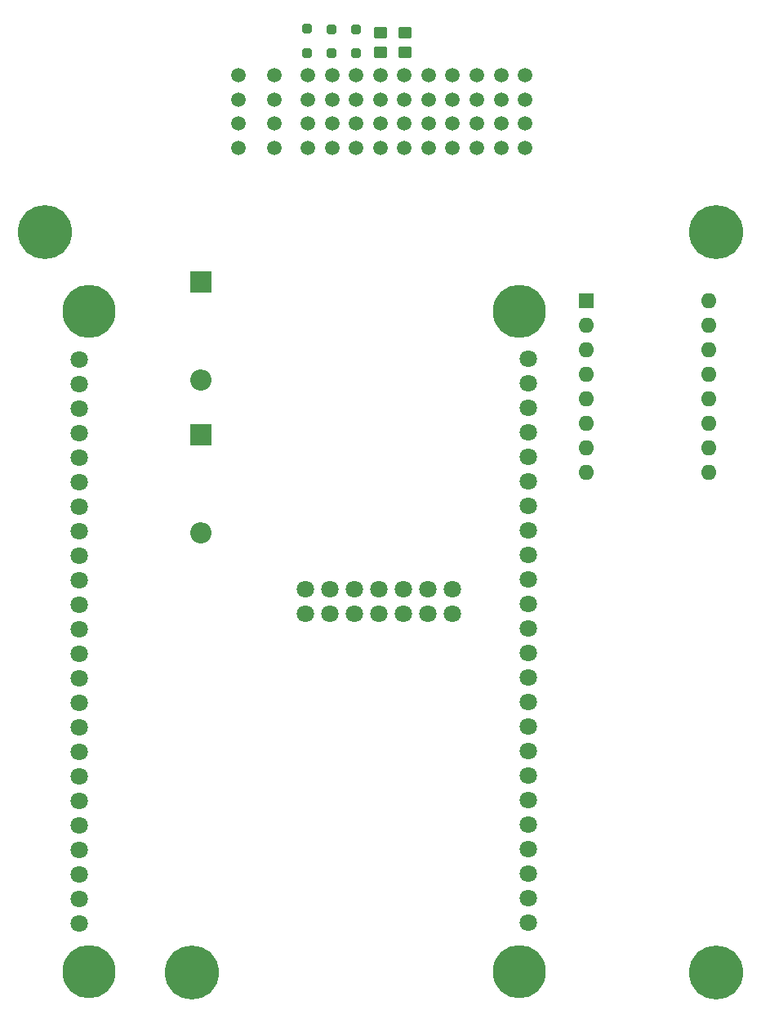
<source format=gbr>
%TF.GenerationSoftware,KiCad,Pcbnew,8.0.5*%
%TF.CreationDate,2024-12-02T15:09:44+01:00*%
%TF.ProjectId,Core4GPZ_rev0-1,436f7265-3447-4505-9a5f-726576302d31,rev?*%
%TF.SameCoordinates,Original*%
%TF.FileFunction,Soldermask,Bot*%
%TF.FilePolarity,Negative*%
%FSLAX46Y46*%
G04 Gerber Fmt 4.6, Leading zero omitted, Abs format (unit mm)*
G04 Created by KiCad (PCBNEW 8.0.5) date 2024-12-02 15:09:44*
%MOMM*%
%LPD*%
G01*
G04 APERTURE LIST*
G04 Aperture macros list*
%AMRoundRect*
0 Rectangle with rounded corners*
0 $1 Rounding radius*
0 $2 $3 $4 $5 $6 $7 $8 $9 X,Y pos of 4 corners*
0 Add a 4 corners polygon primitive as box body*
4,1,4,$2,$3,$4,$5,$6,$7,$8,$9,$2,$3,0*
0 Add four circle primitives for the rounded corners*
1,1,$1+$1,$2,$3*
1,1,$1+$1,$4,$5*
1,1,$1+$1,$6,$7*
1,1,$1+$1,$8,$9*
0 Add four rect primitives between the rounded corners*
20,1,$1+$1,$2,$3,$4,$5,0*
20,1,$1+$1,$4,$5,$6,$7,0*
20,1,$1+$1,$6,$7,$8,$9,0*
20,1,$1+$1,$8,$9,$2,$3,0*%
G04 Aperture macros list end*
%ADD10RoundRect,0.250000X0.450000X-0.350000X0.450000X0.350000X-0.450000X0.350000X-0.450000X-0.350000X0*%
%ADD11RoundRect,0.250000X0.250000X-0.250000X0.250000X0.250000X-0.250000X0.250000X-0.250000X-0.250000X0*%
%ADD12R,2.200000X2.200000*%
%ADD13O,2.200000X2.200000*%
%ADD14C,5.500000*%
%ADD15C,1.800000*%
%ADD16C,5.600000*%
%ADD17R,1.600000X1.600000*%
%ADD18O,1.600000X1.600000*%
%ADD19C,1.500000*%
G04 APERTURE END LIST*
D10*
%TO.C,R2*%
X119385000Y-43942000D03*
X119385000Y-41942000D03*
%TD*%
%TO.C,R1*%
X116845000Y-41942000D03*
X116845000Y-43942000D03*
%TD*%
D11*
%TO.C,D3*%
X114305000Y-44069000D03*
X114305000Y-41569000D03*
%TD*%
%TO.C,D2*%
X111765000Y-44069000D03*
X111765000Y-41569000D03*
%TD*%
%TO.C,D1*%
X109225000Y-44029000D03*
X109225000Y-41529000D03*
%TD*%
D12*
%TO.C,D5*%
X98176000Y-67759000D03*
D13*
X98176000Y-77919000D03*
%TD*%
D14*
%TO.C,U2*%
X86603000Y-70819000D03*
X86603000Y-139219000D03*
X131253000Y-70799000D03*
X131253000Y-139209000D03*
D15*
X85603000Y-75819000D03*
X85603000Y-78359000D03*
X85603000Y-80899000D03*
X85603000Y-83439000D03*
X85603000Y-85979000D03*
X85603000Y-88519000D03*
X85603000Y-91059000D03*
X85603000Y-93599000D03*
X85603000Y-96139000D03*
X85603000Y-98679000D03*
X85603000Y-101219000D03*
X85603000Y-103759000D03*
X85603000Y-106299000D03*
X85603000Y-108839000D03*
X85603000Y-111379000D03*
X85603000Y-113919000D03*
X85603000Y-116459000D03*
X85603000Y-118999000D03*
X85603000Y-121539000D03*
X85603000Y-124079000D03*
X85603000Y-126619000D03*
X85603000Y-129159000D03*
X85603000Y-131699000D03*
X85603000Y-134239000D03*
X132133000Y-75759000D03*
X132133000Y-78299000D03*
X132133000Y-80839000D03*
X132133000Y-83379000D03*
X132133000Y-85919000D03*
X132133000Y-88459000D03*
X132133000Y-90999000D03*
X132133000Y-93539000D03*
X132133000Y-96079000D03*
X132133000Y-98619000D03*
X132133000Y-101159000D03*
X132133000Y-103699000D03*
X132133000Y-106239000D03*
X132133000Y-108779000D03*
X132133000Y-111319000D03*
X132133000Y-113859000D03*
X132133000Y-116399000D03*
X132133000Y-118939000D03*
X132133000Y-121479000D03*
X132133000Y-124019000D03*
X132133000Y-126559000D03*
X132133000Y-129099000D03*
X132133000Y-131639000D03*
X132133000Y-134179000D03*
X109023000Y-99569000D03*
X109023000Y-102109000D03*
X111563000Y-99569000D03*
X111563000Y-102109000D03*
X114103000Y-99569000D03*
X114103000Y-102109000D03*
X116643000Y-99569000D03*
X116643000Y-102109000D03*
X119183000Y-99569000D03*
X119183000Y-102109000D03*
X121723000Y-99569000D03*
X121723000Y-102109000D03*
X124263000Y-99569000D03*
X124263000Y-102109000D03*
%TD*%
D16*
%TO.C,M3*%
X82047000Y-62611000D03*
%TD*%
%TO.C,M3*%
X97287000Y-139319000D03*
%TD*%
%TO.C,M3*%
X151643000Y-62611000D03*
%TD*%
D17*
%TO.C,A1*%
X138181000Y-69723000D03*
D18*
X138181000Y-72263000D03*
X138181000Y-74803000D03*
X138181000Y-77343000D03*
X138181000Y-79883000D03*
X138181000Y-82423000D03*
X138181000Y-84963000D03*
X138181000Y-87503000D03*
X150881000Y-87503000D03*
X150881000Y-84963000D03*
X150881000Y-82423000D03*
X150881000Y-79883000D03*
X150881000Y-77343000D03*
X150881000Y-74803000D03*
X150881000Y-72263000D03*
X150881000Y-69723000D03*
%TD*%
D12*
%TO.C,D6*%
X98176000Y-83634000D03*
D13*
X98176000Y-93794000D03*
%TD*%
D16*
%TO.C,M3*%
X151643000Y-139319000D03*
%TD*%
D19*
%TO.C,U1*%
X131813000Y-53848000D03*
X129313000Y-53848000D03*
X126813000Y-53848000D03*
X124313000Y-53848000D03*
X121813000Y-53848000D03*
X119313000Y-53848000D03*
X116813000Y-53848000D03*
X114313000Y-53848000D03*
X111813000Y-53848000D03*
X109313000Y-53848000D03*
X131813000Y-51348000D03*
X129313000Y-51348000D03*
X126813000Y-51348000D03*
X124313000Y-51348000D03*
X121813000Y-51348000D03*
X119313000Y-51348000D03*
X116813000Y-51348000D03*
X114313000Y-51348000D03*
X111813000Y-51348000D03*
X109313000Y-51348000D03*
X131813000Y-48848000D03*
X129313000Y-48848000D03*
X126813000Y-48848000D03*
X124313000Y-48848000D03*
X121813000Y-48848000D03*
X119313000Y-48848000D03*
X116813000Y-48848000D03*
X114313000Y-48848000D03*
X111813000Y-48848000D03*
X109313000Y-48848000D03*
X131813000Y-46348000D03*
X129313000Y-46348000D03*
X126813000Y-46348000D03*
X124313000Y-46348000D03*
X121813000Y-46348000D03*
X119313000Y-46348000D03*
X116813000Y-46348000D03*
X114313000Y-46348000D03*
X111813000Y-46348000D03*
X109313000Y-46348000D03*
X105813000Y-53848000D03*
X102113000Y-53848000D03*
X105813000Y-51348000D03*
X102113000Y-51348000D03*
X105813000Y-48848000D03*
X102113000Y-48848000D03*
X105813000Y-46348000D03*
X102113000Y-46348000D03*
%TD*%
M02*

</source>
